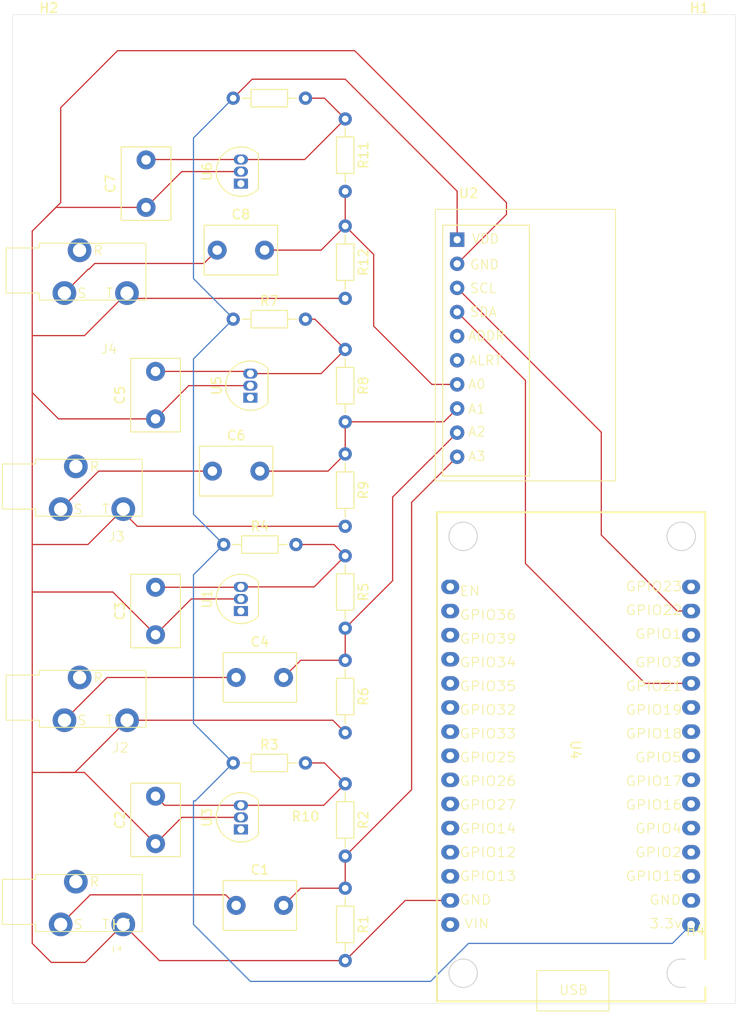
<source format=kicad_pcb>
(kicad_pcb (version 20240108) (generator "pcbnew") (generator_version "8.0")
  (layers (0 "F.Cu" signal "Front") (1 "In1.Cu" signal) (2 "In2.Cu" signal) (31 "B.Cu" signal "Back") (34 "B.Paste" user) (35 "F.Paste" user) (36 "B.SilkS" user "B.Silkscreen") (37 "F.SilkS" user "F.Silkscreen") (38 "B.Mask" user) (39 "F.Mask" user) (44 "Edge.Cuts" user))
  (net 0 "")
  (net 2 "Net-(C1-Pad1)")
  (net 3 "Net-(U2-Pin_10)")
  (net 4 "Net-(U1-A)")
  (net 5 "Net-(U1-K)")
  (net 6 "Net-(U2-Pin_9)")
  (net 7 "Net-(C4-Pad1)")
  (net 8 "Net-(C6-Pad1)")
  (net 9 "Net-(U2-Pin_8)")
  (net 10 "Net-(C8-Pad1)")
  (net 11 "Net-(U2-Pin_7)")
  (net 15 "Net-(U2-Pin_4)")
  (net 17 "Net-(U2-Pin_3)")
  (net 45 "Net-(U3-A)")
  (net 46 "Net-(U5-A)")
  (net 47 "Net-(U6-A)")
  (net 48 "Net-(U2-Pin_1)")
  (footprint "footprints:audiojack_female_3pin_3.5mm" (layer "F.Cu") (at 34.49 95.02)
    (property "Reference" "J4" (at 3.61 16.4 0) (layer "F.SilkS") (effects (font (thickness 0.1))))
    (property "Value" "AudioJack3")
    (fp_text user "R" (at 1.9 6.6 0) (layer "F.SilkS") (effects (font (thickness 0.1)) (justify left bottom)))
    (fp_text user "S" (at 0.2 11.1 0) (layer "F.SilkS") (effects (font (thickness 0.1)) (justify left bottom)))
    (fp_text user "T" (at 3.2 11.1 0) (layer "F.SilkS") (effects (font (thickness 0.1)) (justify left bottom)))
    (pad "" np_thru_hole circle (at -1.3 8.25) (size 1.1 1.1) (drill 1.1) (layers "F&B.Cu" "*.Mask"))
    (pad "" np_thru_hole circle (at 4.7 8.25) (size 1.1 1.1) (drill 1.1) (layers "F&B.Cu" "*.Mask"))
    (pad "R" thru_hole circle (at 0.5 6) (size 2.5 2.5) (drill 1.4) (layers "*.Cu" "*.Mask"))
    (pad "S" thru_hole circle (at -1.1 10.5) (size 2.5 2.5) (drill 1.4) (layers "*.Cu" "*.Mask") (net 10 "Net-(C8-Pad1)"))
    (pad "T" thru_hole circle (at 5.5 10.5) (size 2.5 2.5) (drill 1.4) (layers "*.Cu" "*.Mask") (net 5 "Net-(U1-K)"))
  )
  (footprint "footprints:audiojack_female_3pin_3.5mm" (layer "F.Cu") (at 34.1 117.77)
    (property "Reference" "J3" (at 4.8 13.4 0) (layer "F.SilkS") (effects (font (thickness 0.1))))
    (property "Value" "AudioJack3")
    (fp_text user "S" (at 0.2 11.1 0) (layer "F.SilkS") (effects (font (thickness 0.1)) (justify left bottom)))
    (fp_text user "T" (at 3.2 11.1 0) (layer "F.SilkS") (effects (font (thickness 0.1)) (justify left bottom)))
    (fp_text user "R" (at 1.9 6.6 0) (layer "F.SilkS") (effects (font (thickness 0.1)) (justify left bottom)))
    (pad "" np_thru_hole circle (at -1.3 8.25) (size 1.1 1.1) (drill 1.1) (layers "F&B.Cu" "*.Mask"))
    (pad "" np_thru_hole circle (at 4.7 8.25) (size 1.1 1.1) (drill 1.1) (layers "F&B.Cu" "*.Mask"))
    (pad "R" thru_hole circle (at 0.5 6) (size 2.5 2.5) (drill 1.4) (layers "*.Cu" "*.Mask"))
    (pad "S" thru_hole circle (at -1.1 10.5) (size 2.5 2.5) (drill 1.4) (layers "*.Cu" "*.Mask") (net 8 "Net-(C6-Pad1)"))
    (pad "T" thru_hole circle (at 5.5 10.5) (size 2.5 2.5) (drill 1.4) (layers "*.Cu" "*.Mask") (net 5 "Net-(U1-K)"))
  )
  (footprint "Resistor_THT:R_Axial_DIN0204_L3.6mm_D1.6mm_P7.62mm_Horizontal" (layer "F.Cu") (at 63 168.19 -90)
    (property "Reference" "R1" (at 3.81 -1.92 90) (layer "F.SilkS"))
    (property "Value" "153K")
    (pad "1" thru_hole circle (at 0 0 270) (size 1.4 1.4) (drill 0.7) (layers "*.Cu" "*.Mask") (net 3 "Net-(U2-Pin_10)"))
    (pad "2" thru_hole oval (at 7.62 0 270) (size 1.4 1.4) (drill 0.7) (layers "*.Cu" "*.Mask") (net 5 "Net-(U1-K)"))
  )
  (footprint "footprints:ESP32_30pin" (layer "F.Cu") (at 86 155)
    (property "Reference" "U4" (at 1.27246 -1.395187 -90) (layer "F.SilkS"))
    (property "Value" "~")
    (fp_circle (center -10.57 -23.86) (end -10.57 -22.36) (stroke (width 0.1)) (fill none) (layer "Edge.Cuts"))
    (fp_circle (center -10.57 22.14) (end -10.57 23.64) (stroke (width 0.1)) (fill none) (layer "Edge.Cuts"))
    (fp_circle (center 12.43 -23.86) (end 12.43 -22.36) (stroke (width 0.1)) (fill none) (layer "Edge.Cuts"))
    (fp_circle (center 12.43 22.14) (end 12.43 23.64) (stroke (width 0.1)) (fill none) (layer "Edge.Cuts"))
    (fp_text user "GPIO1" (at 7.5 -13 0) (layer "F.SilkS") (effects (font (size 1 1.1) (thickness 0.1)) (justify left bottom)))
    (fp_text user "GPIO26" (at -11 2.5 0) (layer "F.SilkS") (effects (font (size 1 1.1) (thickness 0.1)) (justify left bottom)))
    (fp_text user "GPIO39" (at -11 -12.5 0) (layer "F.SilkS") (effects (font (size 1 1.1) (thickness 0.1)) (justify left bottom)))
    (fp_text user "GPIO27" (at -11 5 0) (layer "F.SilkS") (effects (font (size 1 1.1) (thickness 0.1)) (justify left bottom)))
    (fp_text user "GPIO14" (at -11 7.5 0) (layer "F.SilkS") (effects (font (size 1 1.1) (thickness 0.1)) (justify left bottom)))
    (fp_text user "GPIO18" (at 6.5 -2.5 0) (layer "F.SilkS") (effects (font (size 1 1.1) (thickness 0.1)) (justify left bottom)))
    (fp_text user "GPIO4" (at 7.5 7.5 0) (layer "F.SilkS") (effects (font (size 1 1.1) (thickness 0.1)) (justify left bottom)))
    (fp_text user "GPIO22" (at 6.5 -15.5 0) (layer "F.SilkS") (effects (font (size 1 1.1) (thickness 0.1)) (justify left bottom)))
    (fp_text user "USB" (at -0.5 24.5 0) (layer "F.SilkS") (effects (font (thickness 0.1)) (justify left bottom)))
    (fp_text user "GPIO36" (at -11 -15 0) (layer "F.SilkS") (effects (font (size 1 1.1) (thickness 0.1)) (justify left bottom)))
    (fp_text user "GPIO21" (at 6.5 -7.5 0) (layer "F.SilkS") (effects (font (size 1 1.1) (thickness 0.1)) (justify left bottom)))
    (fp_text user "GPIO16" (at 6.5 5 0) (layer "F.SilkS") (effects (font (size 1 1.1) (thickness 0.1)) (justify left bottom)))
    (fp_text user "GPIO32" (at -11 -5 0) (layer "F.SilkS") (effects (font (size 1 1.1) (thickness 0.1)) (justify left bottom)))
    (fp_text user "GPIO2" (at 7.5 10 0) (layer "F.SilkS") (effects (font (size 1 1.1) (thickness 0.1)) (justify left bottom)))
    (fp_text user "GND" (at -11 15 0) (layer "F.SilkS") (effects (font (size 1 1.1) (thickness 0.1)) (justify left bottom)))
    (fp_text user "VIN" (at -10.5 17.5 0) (layer "F.SilkS") (effects (font (size 1 1.1) (thickness 0.1)) (justify left bottom)))
    (fp_text user "GPIO34" (at -11 -10 0) (layer "F.SilkS") (effects (font (size 1 1.1) (thickness 0.1)) (justify left bottom)))
    (fp_text user "3.3v" (at 9 17.5 0) (layer "F.SilkS") (effects (font (size 1 1.1) (thickness 0.1)) (justify left bottom)))
    (fp_text user "GPIO3" (at 7.5 -10 0) (layer "F.SilkS") (effects (font (size 1 1.1) (thickness 0.1)) (justify left bottom)))
    (fp_text user "GPIO33" (at -11 -2.5 0) (layer "F.SilkS") (effects (font (size 1 1.1) (thickness 0.1)) (justify left bottom)))
    (fp_text user "GPIO17" (at 6.5 2.5 0) (layer "F.SilkS") (effects (font (size 1 1.1) (thickness 0.1)) (justify left bottom)))
    (fp_text user "GPIO12" (at -11 10 0) (layer "F.SilkS") (effects (font (size 1 1.1) (thickness 0.1)) (justify left bottom)))
    (fp_text user "GPIO23" (at 6.5 -18 0) (layer "F.SilkS") (effects (font (size 1 1.1) (thickness 0.1)) (justify left bottom)))
    (fp_text user "GPIO13" (at -11 12.5 0) (layer "F.SilkS") (effects (font (size 1 1.1) (thickness 0.1)) (justify left bottom)))
    (fp_text user "GPIO25" (at -11 0 0) (layer "F.SilkS") (effects (font (size 1 1.1) (thickness 0.1)) (justify left bottom)))
    (fp_text user "GPIO19" (at 6.5 -5 0) (layer "F.SilkS") (effects (font (size 1 1.1) (thickness 0.1)) (justify left bottom)))
    (fp_text user "GPIO15" (at 6.5 12.5 0) (layer "F.SilkS") (effects (font (size 1 1.1) (thickness 0.1)) (justify left bottom)))
    (fp_text user "EN" (at -11 -17.5 0) (layer "F.SilkS") (effects (font (size 1 1.1) (thickness 0.1)) (justify left bottom)))
    (fp_text user "GPIO5" (at 7.5 0 0) (layer "F.SilkS") (effects (font (size 1 1.1) (thickness 0.1)) (justify left bottom)))
    (fp_text user "GND" (at 9 15 0) (layer "F.SilkS") (effects (font (size 1 1.1) (thickness 0.1)) (justify left bottom)))
    (fp_text user "GPIO35" (at -11 -7.5 0) (layer "F.SilkS") (effects (font (size 1 1.1) (thickness 0.1)) (justify left bottom)))
    (pad "1" thru_hole oval (at -11.92754 17.019813 270) (size 1.524 1.9) (drill 0.8) (layers "*.Cu" "*.Mask"))
    (pad "2" thru_hole oval (at -11.92754 14.479813 270) (size 1.524 1.9) (drill 0.8) (layers "*.Cu" "*.Mask") (net 5 "Net-(U1-K)"))
    (pad "3" thru_hole oval (at -11.92754 11.939813 270) (size 1.524 1.9) (drill 0.8) (layers "*.Cu" "*.Mask"))
    (pad "4" thru_hole oval (at -11.92754 9.399813 270) (size 1.524 1.9) (drill 0.8) (layers "*.Cu" "*.Mask"))
    (pad "5" thru_hole oval (at -11.92754 6.859813 270) (size 1.524 1.9) (drill 0.8) (layers "*.Cu" "*.Mask"))
    (pad "6" thru_hole oval (at -11.92754 4.319813 270) (size 1.524 1.9) (drill 0.8) (layers "*.Cu" "*.Mask"))
    (pad "7" thru_hole oval (at -11.92754 1.779813 270) (size 1.524 1.9) (drill 0.8) (layers "*.Cu" "*.Mask"))
    (pad "8" thru_hole oval (at -11.92754 -0.760187 270) (size 1.524 1.9) (drill 0.8) (layers "*.Cu" "*.Mask"))
    (pad "9" thru_hole oval (at -11.92754 -3.300187 270) (size 1.524 1.9) (drill 0.8) (layers "*.Cu" "*.Mask"))
    (pad "10" thru_hole oval (at -11.92754 -5.840187 270) (size 1.524 1.9) (drill 0.8) (layers "*.Cu" "*.Mask"))
    (pad "11" thru_hole oval (at -11.92754 -8.380187 270) (size 1.524 1.9) (drill 0.8) (layers "*.Cu" "*.Mask"))
    (pad "12" thru_hole oval (at -11.92754 -10.920187 270) (size 1.524 1.9) (drill 0.8) (layers "*.Cu" "*.Mask"))
    (pad "13" thru_hole oval (at -11.92754 -13.460187 270) (size 1.524 1.9) (drill 0.8) (layers "*.Cu" "*.Mask"))
    (pad "14" thru_hole oval (at -11.92754 -16.000187 270) (size 1.524 1.9) (drill 0.8) (layers "*.Cu" "*.Mask"))
    (pad "15" thru_hole oval (at -11.92754 -18.540187 270) (size 1.524 1.9) (drill 0.8) (layers "*.Cu" "*.Mask"))
    (pad "16" thru_hole oval (at 13.47246 17.019813 270) (size 1.524 1.9) (drill 0.8) (layers "*.Cu" "*.Mask") (net 48 "Net-(U2-Pin_1)"))
    (pad "17" thru_hole oval (at 13.47246 14.479813 270) (size 1.524 1.9) (drill 0.8) (layers "*.Cu" "*.Mask"))
    (pad "18" thru_hole oval (at 13.47246 11.939813 270) (size 1.524 1.9) (drill 0.8) (layers "*.Cu" "*.Mask"))
    (pad "19" thru_hole oval (at 13.47246 9.399813 270) (size 1.524 1.9) (drill 0.8) (layers "*.Cu" "*.Mask"))
    (pad "20" thru_hole oval (at 13.47246 6.859813 270) (size 1.524 1.9) (drill 0.8) (layers "*.Cu" "*.Mask" "Dwgs.User"))
    (pad "21" thru_hole oval (at 13.47246 4.319813 270) (size 1.524 1.9) (drill 0.8) (layers "*.Cu" "*.Mask"))
    (pad "22" thru_hole oval (at 13.47246 1.779813 270) (size 1.524 1.9) (drill 0.8) (layers "*.Cu" "*.Mask"))
    (pad "23" thru_hole oval (at 13.47246 -0.760187 270) (size 1.524 1.9) (drill 0.8) (layers "*.Cu" "*.Mask"))
    (pad "24" thru_hole oval (at 13.47246 -3.300187 270) (size 1.524 1.9) (drill 0.8) (layers "*.Cu" "*.Mask"))
    (pad "25" thru_hole oval (at 13.47246 -5.840187 270) (size 1.524 1.9) (drill 0.8) (layers "*.Cu" "*.Mask"))
    (pad "26" thru_hole oval (at 13.47246 -8.380187 270) (size 1.524 1.9) (drill 0.8) (layers "*.Cu" "*.Mask") (net 15 "Net-(U2-Pin_4)"))
    (pad "27" thru_hole oval (at 13.47246 -10.920187 270) (size 1.524 1.9) (drill 0.8) (layers "*.Cu" "*.Mask"))
    (pad "28" thru_hole oval (at 13.47246 -13.460187 270) (size 1.524 1.9) (drill 0.8) (layers "*.Cu" "*.Mask"))
    (pad "29" thru_hole oval (at 13.47246 -16.000187 270) (size 1.524 1.9) (drill 0.8) (layers "*.Cu" "*.Mask") (net 17 "Net-(U2-Pin_3)"))
    (pad "30" thru_hole oval (at 13.47246 -18.540187 270) (size 1.524 1.9) (drill 0.8) (layers "*.Cu" "*.Mask"))
  )
  (footprint "Package_TO_SOT_THT:TO-92_Inline" (layer "F.Cu") (at 52 139 90)
    (property "Reference" "U1" (at 1.27 -3.56 -90) (layer "F.SilkS"))
    (property "Value" "2.5")
    (pad "1" thru_hole rect (at 0 0 90) (size 1.05 1.5) (drill 0.75) (layers "*.Cu" "*.Mask"))
    (pad "2" thru_hole oval (at 1.27 0 90) (size 1.05 1.5) (drill 0.75) (layers "*.Cu" "*.Mask") (net 5 "Net-(U1-K)"))
    (pad "3" thru_hole oval (at 2.54 0 90) (size 1.05 1.5) (drill 0.75) (layers "*.Cu" "*.Mask") (net 4 "Net-(U1-A)"))
  )
  (footprint "Capacitor_THT:C_Disc_D7.5mm_W5.0mm_P5.00mm" (layer "F.Cu") (at 43 163.5 90)
    (property "Reference" "C2" (at 2.5 -3.75 -90) (layer "F.SilkS"))
    (property "Value" ".1uF")
    (pad "1" thru_hole circle (at 0 0 90) (size 2 2) (drill 1) (layers "*.Cu" "*.Mask") (net 5 "Net-(U1-K)"))
    (pad "2" thru_hole circle (at 5 0 90) (size 2 2) (drill 1) (layers "*.Cu" "*.Mask") (net 45 "Net-(U3-A)"))
  )
  (footprint "Capacitor_THT:C_Disc_D7.5mm_W5.0mm_P5.00mm" (layer "F.Cu") (at 49.5 101)
    (property "Reference" "C8" (at 2.5 -3.75 0) (layer "F.SilkS"))
    (property "Value" "1uF")
    (pad "1" thru_hole circle (at 0 0) (size 2 2) (drill 1) (layers "*.Cu" "*.Mask") (net 10 "Net-(C8-Pad1)"))
    (pad "2" thru_hole circle (at 5 0) (size 2 2) (drill 1) (layers "*.Cu" "*.Mask") (net 11 "Net-(U2-Pin_7)"))
  )
  (footprint "Resistor_THT:R_Axial_DIN0204_L3.6mm_D1.6mm_P7.62mm_Horizontal" (layer "F.Cu") (at 63 111.46 -90)
    (property "Reference" "R8" (at 3.81 -1.92 90) (layer "F.SilkS"))
    (property "Value" "82K")
    (pad "1" thru_hole circle (at 0 0 270) (size 1.4 1.4) (drill 0.7) (layers "*.Cu" "*.Mask") (net 46 "Net-(U5-A)"))
    (pad "2" thru_hole oval (at 7.62 0 270) (size 1.4 1.4) (drill 0.7) (layers "*.Cu" "*.Mask") (net 9 "Net-(U2-Pin_8)"))
  )
  (footprint "Package_TO_SOT_THT:TO-92_Inline" (layer "F.Cu") (at 52 162 90)
    (property "Reference" "U3" (at 1.27 -3.56 -90) (layer "F.SilkS"))
    (property "Value" "2.5")
    (pad "1" thru_hole rect (at 0 0 90) (size 1.05 1.5) (drill 0.75) (layers "*.Cu" "*.Mask"))
    (pad "2" thru_hole oval (at 1.27 0 90) (size 1.05 1.5) (drill 0.75) (layers "*.Cu" "*.Mask") (net 5 "Net-(U1-K)"))
    (pad "3" thru_hole oval (at 2.54 0 90) (size 1.05 1.5) (drill 0.75) (layers "*.Cu" "*.Mask") (net 45 "Net-(U3-A)"))
  )
  (footprint "Capacitor_THT:C_Disc_D7.5mm_W5.0mm_P5.00mm" (layer "F.Cu") (at 51.5 146)
    (property "Reference" "C4" (at 2.5 -3.75 0) (layer "F.SilkS"))
    (property "Value" "1uF")
    (pad "1" thru_hole circle (at 0 0) (size 2 2) (drill 1) (layers "*.Cu" "*.Mask") (net 7 "Net-(C4-Pad1)"))
    (pad "2" thru_hole circle (at 5 0) (size 2 2) (drill 1) (layers "*.Cu" "*.Mask") (net 6 "Net-(U2-Pin_9)"))
  )
  (footprint "Resistor_THT:R_Axial_DIN0204_L3.6mm_D1.6mm_P7.62mm_Horizontal" (layer "F.Cu") (at 63 98.46 -90)
    (property "Reference" "R12" (at 3.81 -1.92 90) (layer "F.SilkS"))
    (property "Value" "153K")
    (pad "1" thru_hole circle (at 0 0 270) (size 1.4 1.4) (drill 0.7) (layers "*.Cu" "*.Mask") (net 11 "Net-(U2-Pin_7)"))
    (pad "2" thru_hole oval (at 7.62 0 270) (size 1.4 1.4) (drill 0.7) (layers "*.Cu" "*.Mask") (net 5 "Net-(U1-K)"))
  )
  (footprint "footprints:ADC1115_ADC_Module" (layer "F.Cu") (at 74.8 99.9)
    (property "Reference" "U2" (at 1.2 -4.9 0) (layer "F.SilkS"))
    (property "Value" "ADS1115")
    (fp_text user "VDD" (at 1.5 0.5 0) (layer "F.SilkS") (effects (font (thickness 0.1)) (justify left bottom)))
    (fp_text user "GND" (at 1.3 3.2 0) (layer "F.SilkS") (effects (font (thickness 0.1)) (justify left bottom)))
    (fp_text user "A3" (at 1.1 23.4 0) (layer "F.SilkS") (effects (font (thickness 0.1)) (justify left bottom)))
    (fp_text user "SDA" (at 1.3 8.2 0) (layer "F.SilkS") (effects (font (thickness 0.1)) (justify left bottom)))
    (fp_text user "A2" (at 1.1 20.8 0) (layer "F.SilkS") (effects (font (thickness 0.1)) (justify left bottom)))
    (fp_text user "A0" (at 1.1 15.8 0) (layer "F.SilkS") (effects (font (thickness 0.1)) (justify left bottom)))
    (fp_text user "A1" (at 1.1 18.4 0) (layer "F.SilkS") (effects (font (thickness 0.1)) (justify left bottom)))
    (fp_text user "ADDR" (at 1.1 10.7 0) (layer "F.SilkS") (effects (font (thickness 0.1)) (justify left bottom)))
    (fp_text user "SCL" (at 1.3 5.7 0) (layer "F.SilkS") (effects (font (thickness 0.1)) (justify left bottom)))
    (fp_text user "ALRT" (at 1.2 13.3 0) (layer "F.SilkS") (effects (font (thickness 0.1)) (justify left bottom)))
    (pad "" np_thru_hole circle (at 13 -0.1) (size 2.54 2.54) (drill 2.54) (layers "F&B.Cu" "*.Mask"))
    (pad "" np_thru_hole circle (at 13.1 23) (size 2.54 2.54) (drill 2.54) (layers "F&B.Cu" "*.Mask"))
    (pad "1" thru_hole rect (at 0 0) (size 1.524 1.524) (drill 0.762) (layers "*.Cu" "*.Mask") (net 48 "Net-(U2-Pin_1)"))
    (pad "2" thru_hole circle (at 0 2.54) (size 1.524 1.524) (drill 0.762) (layers "*.Cu" "*.Mask") (net 5 "Net-(U1-K)"))
    (pad "3" thru_hole circle (at 0 5.08) (size 1.524 1.524) (drill 0.762) (layers "*.Cu" "*.Mask") (net 17 "Net-(U2-Pin_3)"))
    (pad "4" thru_hole circle (at 0 7.62) (size 1.524 1.524) (drill 0.762) (layers "*.Cu" "*.Mask") (net 15 "Net-(U2-Pin_4)"))
    (pad "5" thru_hole circle (at 0 10.16) (size 1.524 1.524) (drill 0.762) (layers "*.Cu" "*.Mask"))
    (pad "6" thru_hole circle (at 0 12.7) (size 1.524 1.524) (drill 0.762) (layers "*.Cu" "*.Mask"))
    (pad "7" thru_hole circle (at 0 15.24) (size 1.524 1.524) (drill 0.762) (layers "*.Cu" "*.Mask") (net 11 "Net-(U2-Pin_7)"))
    (pad "8" thru_hole circle (at 0 17.78) (size 1.524 1.524) (drill 0.762) (layers "*.Cu" "*.Mask") (net 9 "Net-(U2-Pin_8)"))
    (pad "9" thru_hole circle (at 0 20.32) (size 1.524 1.524) (drill 0.762) (layers "*.Cu" "*.Mask") (net 6 "Net-(U2-Pin_9)"))
    (pad "10" thru_hole circle (at 0 22.86) (size 1.524 1.524) (drill 0.762) (layers "*.Cu" "*.Mask") (net 3 "Net-(U2-Pin_10)"))
  )
  (footprint "Resistor_THT:R_Axial_DIN0204_L3.6mm_D1.6mm_P7.62mm_Horizontal" (layer "F.Cu") (at 63 133.19 -90)
    (property "Reference" "R5" (at 3.81 -1.92 90) (layer "F.SilkS"))
    (property "Value" "82K")
    (pad "1" thru_hole circle (at 0 0 270) (size 1.4 1.4) (drill 0.7) (layers "*.Cu" "*.Mask") (net 4 "Net-(U1-A)"))
    (pad "2" thru_hole oval (at 7.62 0 270) (size 1.4 1.4) (drill 0.7) (layers "*.Cu" "*.Mask") (net 6 "Net-(U2-Pin_9)"))
  )
  (footprint "Resistor_THT:R_Axial_DIN0204_L3.6mm_D1.6mm_P7.62mm_Horizontal" (layer "F.Cu") (at 51.19 85)
    (property "Reference" "R10" (at 7.62 75.63 0) (layer "F.SilkS"))
    (property "Value" "10K")
    (pad "1" thru_hole circle (at 0 0) (size 1.4 1.4) (drill 0.7) (layers "*.Cu" "*.Mask") (net 48 "Net-(U2-Pin_1)"))
    (pad "2" thru_hole oval (at 7.62 0) (size 1.4 1.4) (drill 0.7) (layers "*.Cu" "*.Mask") (net 47 "Net-(U6-A)"))
  )
  (footprint "MountingHole:MountingHole_3.5mm" (layer "F.Cu") (at 100.33 80.01)
    (property "Reference" "H1" (at 0 -4.5 0) (layer "F.SilkS"))
    (property "Value" "MountingHole")
    (pad "" np_thru_hole circle (at 0 0) (size 3.5 3.5) (drill 3.5) (layers "*.Cu" "*.Mask"))
  )
  (footprint "Package_TO_SOT_THT:TO-92_Inline" (layer "F.Cu") (at 53 116.54 90)
    (property "Reference" "U5" (at 1.27 -3.56 -90) (layer "F.SilkS"))
    (property "Value" "2.5")
    (pad "1" thru_hole rect (at 0 0 90) (size 1.05 1.5) (drill 0.75) (layers "*.Cu" "*.Mask"))
    (pad "2" thru_hole oval (at 1.27 0 90) (size 1.05 1.5) (drill 0.75) (layers "*.Cu" "*.Mask") (net 5 "Net-(U1-K)"))
    (pad "3" thru_hole oval (at 2.54 0 90) (size 1.05 1.5) (drill 0.75) (layers "*.Cu" "*.Mask") (net 46 "Net-(U5-A)"))
  )
  (footprint "Resistor_THT:R_Axial_DIN0204_L3.6mm_D1.6mm_P7.62mm_Horizontal" (layer "F.Cu") (at 51.19 155)
    (property "Reference" "R3" (at 3.81 -1.92 0) (layer "F.SilkS"))
    (property "Value" "10K")
    (pad "1" thru_hole circle (at 0 0) (size 1.4 1.4) (drill 0.7) (layers "*.Cu" "*.Mask") (net 48 "Net-(U2-Pin_1)"))
    (pad "2" thru_hole oval (at 7.62 0) (size 1.4 1.4) (drill 0.7) (layers "*.Cu" "*.Mask") (net 45 "Net-(U3-A)"))
  )
  (footprint "Resistor_THT:R_Axial_DIN0204_L3.6mm_D1.6mm_P7.62mm_Horizontal" (layer "F.Cu") (at 50.19 132)
    (property "Reference" "R4" (at 3.81 -1.92 0) (layer "F.SilkS"))
    (property "Value" "10K")
    (pad "1" thru_hole circle (at 0 0) (size 1.4 1.4) (drill 0.7) (layers "*.Cu" "*.Mask") (net 48 "Net-(U2-Pin_1)"))
    (pad "2" thru_hole oval (at 7.62 0) (size 1.4 1.4) (drill 0.7) (layers "*.Cu" "*.Mask") (net 4 "Net-(U1-A)"))
  )
  (footprint "MountingHole:MountingHole_3.5mm" (layer "F.Cu") (at 31.75 80.01)
    (property "Reference" "H2" (at 0 -4.5 0) (layer "F.SilkS"))
    (property "Value" "MountingHole")
    (pad "" np_thru_hole circle (at 0 0) (size 3.5 3.5) (drill 3.5) (layers "*.Cu" "*.Mask"))
  )
  (footprint "Package_TO_SOT_THT:TO-92_Inline" (layer "F.Cu") (at 52 94 90)
    (property "Reference" "U6" (at 1.27 -3.56 -90) (layer "F.SilkS"))
    (property "Value" "2.5")
    (pad "1" thru_hole rect (at 0 0 90) (size 1.05 1.5) (drill 0.75) (layers "*.Cu" "*.Mask"))
    (pad "2" thru_hole oval (at 1.27 0 90) (size 1.05 1.5) (drill 0.75) (layers "*.Cu" "*.Mask") (net 5 "Net-(U1-K)"))
    (pad "3" thru_hole oval (at 2.54 0 90) (size 1.05 1.5) (drill 0.75) (layers "*.Cu" "*.Mask") (net 47 "Net-(U6-A)"))
  )
  (footprint "Resistor_THT:R_Axial_DIN0204_L3.6mm_D1.6mm_P7.62mm_Horizontal" (layer "F.Cu") (at 51.19 108.27)
    (property "Reference" "R7" (at 3.81 -1.92 0) (layer "F.SilkS"))
    (property "Value" "10K")
    (pad "1" thru_hole circle (at 0 0) (size 1.4 1.4) (drill 0.7) (layers "*.Cu" "*.Mask") (net 48 "Net-(U2-Pin_1)"))
    (pad "2" thru_hole oval (at 7.62 0) (size 1.4 1.4) (drill 0.7) (layers "*.Cu" "*.Mask") (net 46 "Net-(U5-A)"))
  )
  (footprint "footprints:audiojack_female_3pin_3.5mm" (layer "F.Cu") (at 34.5 140)
    (property "Reference" "J2" (at 4.8 13.4 0) (layer "F.SilkS") (effects (font (thickness 0.1))))
    (property "Value" "AudioJack3")
    (fp_text user "S" (at 0.2 11.1 0) (layer "F.SilkS") (effects (font (thickness 0.1)) (justify left bottom)))
    (fp_text user "T" (at 3.2 11.1 0) (layer "F.SilkS") (effects (font (thickness 0.1)) (justify left bottom)))
    (fp_text user "R" (at 1.9 6.6 0) (layer "F.SilkS") (effects (font (thickness 0.1)) (justify left bottom)))
    (pad "" np_thru_hole circle (at -1.3 8.25) (size 1.1 1.1) (drill 1.1) (layers "F&B.Cu" "*.Mask"))
    (pad "" np_thru_hole circle (at 4.7 8.25) (size 1.1 1.1) (drill 1.1) (layers "F&B.Cu" "*.Mask"))
    (pad "R" thru_hole circle (at 0.5 6) (size 2.5 2.5) (drill 1.4) (layers "*.Cu" "*.Mask"))
    (pad "S" thru_hole circle (at -1.1 10.5) (size 2.5 2.5) (drill 1.4) (layers "*.Cu" "*.Mask") (net 7 "Net-(C4-Pad1)"))
    (pad "T" thru_hole circle (at 5.5 10.5) (size 2.5 2.5) (drill 1.4) (layers "*.Cu" "*.Mask") (net 5 "Net-(U1-K)"))
  )
  (footprint "Resistor_THT:R_Axial_DIN0204_L3.6mm_D1.6mm_P7.62mm_Horizontal" (layer "F.Cu") (at 63 144.19 -90)
    (property "Reference" "R6" (at 3.81 -1.92 90) (layer "F.SilkS"))
    (property "Value" "153K")
    (pad "1" thru_hole circle (at 0 0 270) (size 1.4 1.4) (drill 0.7) (layers "*.Cu" "*.Mask") (net 6 "Net-(U2-Pin_9)"))
    (pad "2" thru_hole oval (at 7.62 0 270) (size 1.4 1.4) (drill 0.7) (layers "*.Cu" "*.Mask") (net 5 "Net-(U1-K)"))
  )
  (footprint "Capacitor_THT:C_Disc_D7.5mm_W5.0mm_P5.00mm" (layer "F.Cu") (at 49 124.27)
    (property "Reference" "C6" (at 2.5 -3.75 0) (layer "F.SilkS"))
    (property "Value" "1uF")
    (pad "1" thru_hole circle (at 0 0) (size 2 2) (drill 1) (layers "*.Cu" "*.Mask") (net 8 "Net-(C6-Pad1)"))
    (pad "2" thru_hole circle (at 5 0) (size 2 2) (drill 1) (layers "*.Cu" "*.Mask") (net 9 "Net-(U2-Pin_8)"))
  )
  (footprint "MountingHole:MountingHole_3.5mm" (layer "F.Cu") (at 99.93 177.14)
    (property "Reference" "H4" (at 0 -4.5 0) (layer "F.SilkS"))
    (property "Value" "MountingHole")
    (pad "" np_thru_hole circle (at 0 0) (size 3.5 3.5) (drill 3.5) (layers "*.Cu" "*.Mask"))
  )
  (footprint "Resistor_THT:R_Axial_DIN0204_L3.6mm_D1.6mm_P7.62mm_Horizontal" (layer "F.Cu") (at 63 87.19 -90)
    (property "Reference" "R11" (at 3.81 -1.92 90) (layer "F.SilkS"))
    (property "Value" "82K")
    (pad "1" thru_hole circle (at 0 0 270) (size 1.4 1.4) (drill 0.7) (layers "*.Cu" "*.Mask") (net 47 "Net-(U6-A)"))
    (pad "2" thru_hole oval (at 7.62 0 270) (size 1.4 1.4) (drill 0.7) (layers "*.Cu" "*.Mask") (net 11 "Net-(U2-Pin_7)"))
  )
  (footprint "Capacitor_THT:C_Disc_D7.5mm_W5.0mm_P5.00mm" (layer "F.Cu") (at 42 96.5 90)
    (property "Reference" "C7" (at 2.5 -3.75 -90) (layer "F.SilkS"))
    (property "Value" ".1uF")
    (pad "1" thru_hole circle (at 0 0 90) (size 2 2) (drill 1) (layers "*.Cu" "*.Mask") (net 5 "Net-(U1-K)"))
    (pad "2" thru_hole circle (at 5 0 90) (size 2 2) (drill 1) (layers "*.Cu" "*.Mask") (net 47 "Net-(U6-A)"))
  )
  (footprint "Capacitor_THT:C_Disc_D7.5mm_W5.0mm_P5.00mm" (layer "F.Cu") (at 43 118.77 90)
    (property "Reference" "C5" (at 2.5 -3.75 -90) (layer "F.SilkS"))
    (property "Value" ".1uF")
    (pad "1" thru_hole circle (at 0 0 90) (size 2 2) (drill 1) (layers "*.Cu" "*.Mask") (net 5 "Net-(U1-K)"))
    (pad "2" thru_hole circle (at 5 0 90) (size 2 2) (drill 1) (layers "*.Cu" "*.Mask") (net 46 "Net-(U5-A)"))
  )
  (footprint "footprints:audiojack_female_3pin_3.5mm" (layer "F.Cu") (at 34.1 161.5)
    (property "Reference" "J1" (at 4.8 13.4 0) (layer "F.SilkS") (effects (font (thickness 0.1))))
    (property "Value" "AudioJack3")
    (fp_text user "R" (at 1.9 6.6 0) (layer "F.SilkS") (effects (font (thickness 0.1)) (justify left bottom)))
    (fp_text user "T" (at 3.2 11.1 0) (layer "F.SilkS") (effects (font (thickness 0.1)) (justify left bottom)))
    (fp_text user "S" (at 0.2 11.1 0) (layer "F.SilkS") (effects (font (thickness 0.1)) (justify left bottom)))
    (pad "" np_thru_hole circle (at -1.3 8.25) (size 1.1 1.1) (drill 1.1) (layers "F&B.Cu" "*.Mask"))
    (pad "" np_thru_hole circle (at 4.7 8.25) (size 1.1 1.1) (drill 1.1) (layers "F&B.Cu" "*.Mask"))
    (pad "R" thru_hole circle (at 0.5 6) (size 2.5 2.5) (drill 1.4) (layers "*.Cu" "*.Mask"))
    (pad "S" thru_hole circle (at -1.1 10.5) (size 2.5 2.5) (drill 1.4) (layers "*.Cu" "*.Mask") (net 2 "Net-(C1-Pad1)"))
    (pad "T" thru_hole circle (at 5.5 10.5) (size 2.5 2.5) (drill 1.4) (layers "*.Cu" "*.Mask") (net 5 "Net-(U1-K)"))
  )
  (footprint "Resistor_THT:R_Axial_DIN0204_L3.6mm_D1.6mm_P7.62mm_Horizontal" (layer "F.Cu") (at 63 157.19 -90)
    (property "Reference" "R2" (at 3.81 -1.92 90) (layer "F.SilkS"))
    (property "Value" "82K")
    (pad "1" thru_hole circle (at 0 0 270) (size 1.4 1.4) (drill 0.7) (layers "*.Cu" "*.Mask") (net 45 "Net-(U3-A)"))
    (pad "2" thru_hole oval (at 7.62 0 270) (size 1.4 1.4) (drill 0.7) (layers "*.Cu" "*.Mask") (net 3 "Net-(U2-Pin_10)"))
  )
  (footprint "Resistor_THT:R_Axial_DIN0204_L3.6mm_D1.6mm_P7.62mm_Horizontal" (layer "F.Cu") (at 63 122.46 -90)
    (property "Reference" "R9" (at 3.81 -1.92 90) (layer "F.SilkS"))
    (property "Value" "153K")
    (pad "1" thru_hole circle (at 0 0 270) (size 1.4 1.4) (drill 0.7) (layers "*.Cu" "*.Mask") (net 9 "Net-(U2-Pin_8)"))
    (pad "2" thru_hole oval (at 7.62 0 270) (size 1.4 1.4) (drill 0.7) (layers "*.Cu" "*.Mask") (net 5 "Net-(U1-K)"))
  )
  (footprint "Capacitor_THT:C_Disc_D7.5mm_W5.0mm_P5.00mm" (layer "F.Cu") (at 51.5 170)
    (property "Reference" "C1" (at 2.5 -3.75 0) (layer "F.SilkS"))
    (property "Value" "1uF")
    (pad "1" thru_hole circle (at 0 0) (size 2 2) (drill 1) (layers "*.Cu" "*.Mask") (net 2 "Net-(C1-Pad1)"))
    (pad "2" thru_hole circle (at 5 0) (size 2 2) (drill 1) (layers "*.Cu" "*.Mask") (net 3 "Net-(U2-Pin_10)"))
  )
  (footprint "MountingHole:MountingHole_3.5mm" (layer "F.Cu") (at 39.37 176.53)
    (property "Reference" "H3" (at 0 -4.5 0) (layer "F.SilkS"))
    (property "Value" "MountingHole")
    (pad "" np_thru_hole circle (at 0 0) (size 3.5 3.5) (drill 3.5) (layers "*.Cu" "*.Mask"))
  )
  (footprint "Capacitor_THT:C_Disc_D7.5mm_W5.0mm_P5.00mm" (layer "F.Cu") (at 43 141.5 90)
    (property "Reference" "C3" (at 2.5 -3.75 -90) (layer "F.SilkS"))
    (property "Value" ".1uF")
    (pad "1" thru_hole circle (at 0 0 90) (size 2 2) (drill 1) (layers "*.Cu" "*.Mask") (net 5 "Net-(U1-K)"))
    (pad "2" thru_hole circle (at 5 0 90) (size 2 2) (drill 1) (layers "*.Cu" "*.Mask") (net 4 "Net-(U1-A)"))
  )
  (gr_rect (start 27.94 76.2) (end 104.14 180.34) (stroke (width 0.0381)) (fill none) (layer "Edge.Cuts"))
  (segment (start 51.5 170) (end 50.3865 168.8865) (width 0.127) (layer "F.Cu") (net 2))
  (segment (start 36.1135 168.8865) (end 33 172) (width 0.127) (layer "F.Cu") (net 2))
  (segment (start 50.3865 168.8865) (end 36.1135 168.8865) (width 0.127) (layer "F.Cu") (net 2))
  (segment (start 58.31 168.19) (end 63 168.19) (width 0.127) (layer "F.Cu") (net 3))
  (segment (start 70 157.81) (end 70 127.56) (width 0.127) (layer "F.Cu") (net 3))
  (segment (start 56.5 170) (end 58.31 168.19) (width 0.127) (layer "F.Cu") (net 3))
  (segment (start 63 164.81) (end 70 157.81) (width 0.127) (layer "F.Cu") (net 3))
  (segment (start 63 168.19) (end 63 164.81) (width 0.127) (layer "F.Cu") (net 3))
  (segment (start 70 127.56) (end 74.8 122.76) (width 0.127) (layer "F.Cu") (net 3))
  (segment (start 51.54 136.46) (end 51.5 136.5) (width 0.127) (layer "F.Cu") (net 4))
  (segment (start 59.73 136.46) (end 63 133.19) (width 0.127) (layer "F.Cu") (net 4))
  (segment (start 61.81 132) (end 57.81 132) (width 0.127) (layer "F.Cu") (net 4))
  (segment (start 51.5 136.5) (end 43 136.5) (width 0.127) (layer "F.Cu") (net 4))
  (segment (start 52 136.46) (end 51.54 136.46) (width 0.127) (layer "F.Cu") (net 4))
  (segment (start 52 136.46) (end 59.73 136.46) (width 0.127) (layer "F.Cu") (net 4))
  (segment (start 63 133.19) (end 61.81 132) (width 0.127) (layer "F.Cu") (net 4))
  (segment (start 45.77 160.73) (end 43 163.5) (width 0.127) (layer "F.Cu") (net 5))
  (segment (start 39.99 105.52) (end 35.51 110) (width 0.127) (layer "F.Cu") (net 5))
  (segment (start 33 86) (end 33 96) (width 0.127) (layer "F.Cu") (net 5))
  (segment (start 52 137.73) (end 46.77 137.73) (width 0.127) (layer "F.Cu") (net 5))
  (segment (start 40.55 106.08) (end 39.99 105.52) (width 0.127) (layer "F.Cu") (net 5))
  (segment (start 33 156) (end 30 156) (width 0.127) (layer "F.Cu") (net 5))
  (segment (start 39 80) (end 33 86) (width 0.127) (layer "F.Cu") (net 5))
  (segment (start 30 132) (end 30 116) (width 0.127) (layer "F.Cu") (net 5))
  (segment (start 41.08 130.08) (end 39.6 128.6) (width 0.127) (layer "F.Cu") (net 5))
  (segment (start 46.5 115.27) (end 43 118.77) (width 0.127) (layer "F.Cu") (net 5))
  (segment (start 35.87 132) (end 30 132) (width 0.127) (layer "F.Cu") (net 5))
  (segment (start 63 175.81) (end 43.41 175.81) (width 0.127) (layer "F.Cu") (net 5))
  (segment (start 69.330187 169.479813) (end 63 175.81) (width 0.127) (layer "F.Cu") (net 5))
  (segment (start 33 96) (end 31.5 97.5) (width 0.127) (layer "F.Cu") (net 5))
  (segment (start 52 92.73) (end 45.77 92.73) (width 0.127) (layer "F.Cu") (net 5))
  (segment (start 80 97.24) (end 80 96) (width 0.127) (layer "F.Cu") (net 5))
  (segment (start 63 130.08) (end 41.08 130.08) (width 0.127) (layer "F.Cu") (net 5))
  (segment (start 43 118.77) (end 32.77 118.77) (width 0.127) (layer "F.Cu") (net 5))
  (segment (start 30 137) (end 30 156) (width 0.127) (layer "F.Cu") (net 5))
  (segment (start 39.6 128.6) (end 39.6 128.27) (width 0.127) (layer "F.Cu") (net 5))
  (segment (start 30 116) (end 30 110) (width 0.127) (layer "F.Cu") (net 5))
  (segment (start 53 115.27) (end 46.5 115.27) (width 0.127) (layer "F.Cu") (net 5))
  (segment (start 30 156) (end 30 174) (width 0.127) (layer "F.Cu") (net 5))
  (segment (start 35.5 156) (end 33 156) (width 0.127) (layer "F.Cu") (net 5))
  (segment (start 43 163.5) (end 35.5 156) (width 0.127) (layer "F.Cu") (net 5))
  (segment (start 30 99) (end 31.5 97.5) (width 0.127) (layer "F.Cu") (net 5))
  (segment (start 63 106.08) (end 40.55 106.08) (width 0.127) (layer "F.Cu") (net 5))
  (segment (start 35.6 176) (end 39.6 172) (width 0.127) (layer "F.Cu") (net 5))
  (segment (start 32.5 96.5) (end 42 96.5) (width 0.127) (layer "F.Cu") (net 5))
  (segment (start 39.6 128.27) (end 35.87 132) (width 0.127) (layer "F.Cu") (net 5))
  (segment (start 74.07246 169.479813) (end 69.330187 169.479813) (width 0.127) (layer "F.Cu") (net 5))
  (segment (start 30 132) (end 30 137) (width 0.127) (layer "F.Cu") (net 5))
  (segment (start 45.77 92.73) (end 42 96.5) (width 0.127) (layer "F.Cu") (net 5))
  (segment (start 30 174) (end 32 176) (width 0.127) (layer "F.Cu") (net 5))
  (segment (start 52 160.73) (end 45.77 160.73) (width 0.127) (layer "F.Cu") (net 5))
  (segment (start 46.77 137.73) (end 43 141.5) (width 0.127) (layer "F.Cu") (net 5))
  (segment (start 74.8 102.44) (end 80 97.24) (width 0.127) (layer "F.Cu") (net 5))
  (segment (start 61.69 150.5) (end 40 150.5) (width 0.127) (layer "F.Cu") (net 5))
  (segment (start 43 141.5) (end 38.5 137) (width 0.127) (layer "F.Cu") (net 5))
  (segment (start 43.41 175.81) (end 39.6 172) (width 0.127) (layer "F.Cu") (net 5))
  (segment (start 32 176) (end 35.6 176) (width 0.127) (layer "F.Cu") (net 5))
  (segment (start 35.51 110) (end 30 110) (width 0.127) (layer "F.Cu") (net 5))
  (segment (start 30 110) (end 30 99) (width 0.127) (layer "F.Cu") (net 5))
  (segment (start 38.5 137) (end 30 137) (width 0.127) (layer "F.Cu") (net 5))
  (segment (start 34.5 156) (end 33 156) (width 0.127) (layer "F.Cu") (net 5))
  (segment (start 80 96) (end 64 80) (width 0.127) (layer "F.Cu") (net 5))
  (segment (start 63 151.81) (end 61.69 150.5) (width 0.127) (layer "F.Cu") (net 5))
  (segment (start 31.5 97.5) (end 32.5 96.5) (width 0.127) (layer "F.Cu") (net 5))
  (segment (start 32.77 118.77) (end 30 116) (width 0.127) (layer "F.Cu") (net 5))
  (segment (start 64 80) (end 39 80) (width 0.127) (layer "F.Cu") (net 5))
  (segment (start 40 150.5) (end 34.5 156) (width 0.127) (layer "F.Cu") (net 5))
  (segment (start 58.31 144.19) (end 63 144.19) (width 0.127) (layer "F.Cu") (net 6))
  (segment (start 68 135.81) (end 68 127) (width 0.127) (layer "F.Cu") (net 6))
  (segment (start 63 140.81) (end 68 135.81) (width 0.127) (layer "F.Cu") (net 6))
  (segment (start 68 127) (end 72 123) (width 0.127) (layer "F.Cu") (net 6))
  (segment (start 56.5 146) (end 58.31 144.19) (width 0.127) (layer "F.Cu") (net 6))
  (segment (start 72.02 123) (end 74.8 120.22) (width 0.127) (layer "F.Cu") (net 6))
  (segment (start 72 123) (end 72.02 123) (width 0.127) (layer "F.Cu") (net 6))
  (segment (start 63 144.19) (end 63 140.81) (width 0.127) (layer "F.Cu") (net 6))
  (segment (start 51.5 146) (end 37.9 146) (width 0.127) (layer "F.Cu") (net 7))
  (segment (start 37.9 146) (end 33.4 150.5) (width 0.127) (layer "F.Cu") (net 7))
  (segment (start 33 128.27) (end 37 124.27) (width 0.127) (layer "F.Cu") (net 8))
  (segment (start 37 124.27) (end 49 124.27) (width 0.127) (layer "F.Cu") (net 8))
  (segment (start 63 119.08) (end 73.4 119.08) (width 0.127) (layer "F.Cu") (net 9))
  (segment (start 54 124.27) (end 61.19 124.27) (width 0.127) (layer "F.Cu") (net 9))
  (segment (start 61.19 124.27) (end 63 122.46) (width 0.127) (layer "F.Cu") (net 9))
  (segment (start 73.4 119.08) (end 74.8 117.68) (width 0.127) (layer "F.Cu") (net 9))
  (segment (start 63 122.46) (end 63 119.08) (width 0.127) (layer "F.Cu") (net 9))
  (segment (start 35.91 103) (end 36 103) (width 0.127) (layer "F.Cu") (net 10))
  (segment (start 36.5935 102.4065) (end 48.0935 102.4065) (width 0.127) (layer "F.Cu") (net 10))
  (segment (start 36 103) (end 36.5935 102.4065) (width 0.127) (layer "F.Cu") (net 10))
  (segment (start 33.39 105.52) (end 35.91 103) (width 0.127) (layer "F.Cu") (net 10))
  (segment (start 48.0935 102.4065) (end 49.5 101) (width 0.127) (layer "F.Cu") (net 10))
  (segment (start 72.14 115.14) (end 66 109) (width 0.127) (layer "F.Cu") (net 11))
  (segment (start 60.46 101) (end 63 98.46) (width 0.127) (layer "F.Cu") (net 11))
  (segment (start 66 109) (end 66 101.46) (width 0.127) (layer "F.Cu") (net 11))
  (segment (start 54.5 101) (end 60.46 101) (width 0.127) (layer "F.Cu") (net 11))
  (segment (start 63 98.46) (end 63 94.81) (width 0.127) (layer "F.Cu") (net 11))
  (segment (start 74.8 115.14) (end 72.14 115.14) (width 0.127) (layer "F.Cu") (net 11))
  (segment (start 66 101.46) (end 63 98.46) (width 0.127) (layer "F.Cu") (net 11))
  (segment (start 82 114.72) (end 82 134) (width 0.127) (layer "F.Cu") (net 15))
  (segment (start 94.619813 146.619813) (end 99.47246 146.619813) (width 0.127) (layer "F.Cu") (net 15))
  (segment (start 74.8 107.52) (end 82 114.72) (width 0.127) (layer "F.Cu") (net 15))
  (segment (start 82 134) (end 94.619813 146.619813) (width 0.127) (layer "F.Cu") (net 15))
  (segment (start 90 120.18) (end 74.8 104.98) (width 0.127) (layer "F.Cu") (net 17))
  (segment (start 97.999813 138.999813) (end 90 131) (width 0.127) (layer "F.Cu") (net 17))
  (segment (start 90 131) (end 90 120.18) (width 0.127) (layer "F.Cu") (net 17))
  (segment (start 99.47246 138.999813) (end 97.999813 138.999813) (width 0.127) (layer "F.Cu") (net 17))
  (segment (start 60.73 159.46) (end 63 157.19) (width 0.127) (layer "F.Cu") (net 45))
  (segment (start 63 157.19) (end 60.81 155) (width 0.127) (layer "F.Cu") (net 45))
  (segment (start 43.96 159.46) (end 43 158.5) (width 0.127) (layer "F.Cu") (net 45))
  (segment (start 52 159.46) (end 60.73 159.46) (width 0.127) (layer "F.Cu") (net 45))
  (segment (start 60.81 155) (end 58.81 155) (width 0.127) (layer "F.Cu") (net 45))
  (segment (start 52 159.46) (end 43.96 159.46) (width 0.127) (layer "F.Cu") (net 45))
  (segment (start 63 111.46) (end 60.46 114) (width 0.127) (layer "F.Cu") (net 46))
  (segment (start 59.81 108.27) (end 58.81 108.27) (width 0.127) (layer "F.Cu") (net 46))
  (segment (start 52.77 113.77) (end 53 114) (width 0.127) (layer "F.Cu") (net 46))
  (segment (start 60.46 114) (end 53 114) (width 0.127) (layer "F.Cu") (net 46))
  (segment (start 63 111.46) (end 59.81 108.27) (width 0.127) (layer "F.Cu") (net 46))
  (segment (start 43 113.77) (end 52.77 113.77) (width 0.127) (layer "F.Cu") (net 46))
  (segment (start 63 87.19) (end 60.81 85) (width 0.127) (layer "F.Cu") (net 47))
  (segment (start 42.04 91.46) (end 42 91.5) (width 0.127) (layer "F.Cu") (net 47))
  (segment (start 58.73 91.46) (end 63 87.19) (width 0.127) (layer "F.Cu") (net 47))
  (segment (start 60.81 85) (end 58.81 85) (width 0.127) (layer "F.Cu") (net 47))
  (segment (start 52 91.46) (end 42.04 91.46) (width 0.127) (layer "F.Cu") (net 47))
  (segment (start 52 91.46) (end 58.73 91.46) (width 0.127) (layer "F.Cu") (net 47))
  (segment (start 53.19 83) (end 51.19 85) (width 0.127) (layer "F.Cu") (net 48))
  (segment (start 74.8 94.8) (end 63 83) (width 0.127) (layer "F.Cu") (net 48))
  (segment (start 74.8 99.9) (end 74.8 94.8) (width 0.127) (layer "F.Cu") (net 48))
  (segment (start 63 83) (end 53.19 83) (width 0.127) (layer "F.Cu") (net 48))
  (segment (start 51.19 108.19) (end 51.19 108.27) (width 0.127) (layer "B.Cu") (net 48))
  (segment (start 76 174) (end 97.492273 174) (width 0.127) (layer "B.Cu") (net 48))
  (segment (start 50.19 132) (end 47 135.19) (width 0.127) (layer "B.Cu") (net 48))
  (segment (start 72 178) (end 76 174) (width 0.127) (layer "B.Cu") (net 48))
  (segment (start 47 112.46) (end 47 128.81) (width 0.127) (layer "B.Cu") (net 48))
  (segment (start 47 172) (end 53 178) (width 0.127) (layer "B.Cu") (net 48))
  (segment (start 47 135.19) (end 47 150.81) (width 0.127) (layer "B.Cu") (net 48))
  (segment (start 51.19 85) (end 47 89.19) (width 0.127) (layer "B.Cu") (net 48))
  (segment (start 47 89.19) (end 47 104) (width 0.127) (layer "B.Cu") (net 48))
  (segment (start 53 178) (end 72 178) (width 0.127) (layer "B.Cu") (net 48))
  (segment (start 47 159) (end 47 172) (width 0.127) (layer "B.Cu") (net 48))
  (segment (start 51.19 108.27) (end 47 112.46) (width 0.127) (layer "B.Cu") (net 48))
  (segment (start 47 150.81) (end 51.19 155) (width 0.127) (layer "B.Cu") (net 48))
  (segment (start 47 104) (end 51.19 108.19) (width 0.127) (layer "B.Cu") (net 48))
  (segment (start 97.492273 174) (end 99.47246 172.019813) (width 0.127) (layer "B.Cu") (net 48))
  (segment (start 47 128.81) (end 50.19 132) (width 0.127) (layer "B.Cu") (net 48))
  (segment (start 51.19 155) (end 47.19 159) (width 0.127) (layer "B.Cu") (net 48))
  (segment (start 47.19 159) (end 47 159) (width 0.127) (layer "B.Cu") (net 48))
)
</source>
